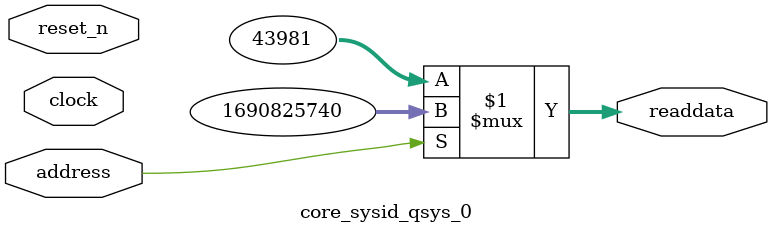
<source format=v>



// synthesis translate_off
`timescale 1ns / 1ps
// synthesis translate_on

// turn off superfluous verilog processor warnings 
// altera message_level Level1 
// altera message_off 10034 10035 10036 10037 10230 10240 10030 

module core_sysid_qsys_0 (
               // inputs:
                address,
                clock,
                reset_n,

               // outputs:
                readdata
             )
;

  output  [ 31: 0] readdata;
  input            address;
  input            clock;
  input            reset_n;

  wire    [ 31: 0] readdata;
  //control_slave, which is an e_avalon_slave
  assign readdata = address ? 1690825740 : 43981;

endmodule



</source>
